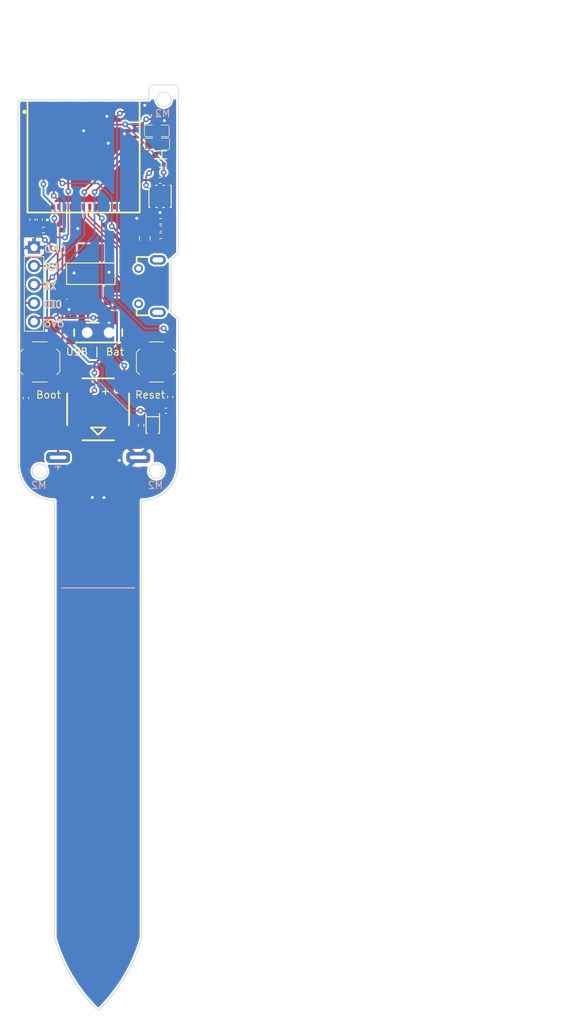
<source format=kicad_pcb>
(kicad_pcb (version 20221018) (generator pcbnew)
  (layers (0 "F.Cu" signal) (31 "B.Cu" signal) (34 "B.Paste" user) (35 "F.Paste" user) (36 "B.SilkS" user "B.Silkscreen") (37 "F.SilkS" user "F.Silkscreen") (38 "B.Mask" user) (39 "F.Mask" user) (44 "Edge.Cuts" user))
  (net 0 "")
  (net 1 "/EN")
  (net 2 "/IO0")
  (net 3 "/AD_Capacitance")
  (net 4 "/Light_Sensor_Analog")
  (net 5 "/Light_Sensor_Select_1")
  (net 6 "/Light_Sensor_Select_2")
  (net 7 "+3V3")
  (net 8 "GND")
  (net 9 "/SensorCapV")
  (net 10 "/Voltage_Measurement_Analog")
  (net 11 "/Voltage_Measurement_Select")
  (net 13 "/TX")
  (net 14 "/RX")
  (net 21 "/TH_SDA")
  (net 22 "/TH_SCL")
  (net 24 "/D-")
  (net 25 "/D+")
  (net 26 "/Light_Sensor_In")
  (net 29 "/Buzzer")
  (net 32 "Net-(U7-VIN)")
  (net 34 "/Square_Wave_Signal")
  (net 35 "Net-(U7-VOUT-Pad2)")
  (net 44 "/LED_GREEN")
  (net 45 "/LED_RED")
  (net 48 "Net-(U9-+)")
  (footprint "Connector_PinHeader_2.54mm:PinHeader_1x05_P2.54mm_Vertical" (layer "F.Cu") (at 239.74 120.3)
    (fp_text reference "J1" hide)
    (fp_text value "Conn_01x05")
  )
  (footprint "Resistor_SMD:R_0402_1005Metric" (layer "F.Cu") (at 241.05 117.9)
    (fp_text reference "R4" hide)
    (fp_text value "5k1")
  )
  (footprint "Resistor_SMD:R_0402_1005Metric" (layer "F.Cu") (at 257.04 108.9)
    (fp_text reference "R2" hide)
    (fp_text value "5k1")
  )
  (footprint "Capacitor_SMD:C_0402_1005Metric" (layer "F.Cu") (at 240.54 116.48 90)
    (fp_text reference "C8" hide)
    (fp_text value "10nF")
  )
  (footprint "Resistor_SMD:R_0402_1005Metric" (layer "F.Cu") (at 257.13 118.7 180)
    (fp_text reference "R3" hide)
    (fp_text value "1k")
  )
  (footprint "Capacitor_SMD:C_0402_1005Metric" (layer "F.Cu") (at 239.54 116.48 90)
    (fp_text reference "C9" hide)
    (fp_text value "10uF")
  )
  (footprint "CustomFootprints:LED0805-GREEN-RD" (layer "F.Cu") (at 256.590292 104.3 180)
    (fp_text reference "D1" hide)
    (fp_text value "GREEN")
  )
  (footprint "Resistor_SMD:R_0402_1005Metric" (layer "F.Cu") (at 243.05 117.9)
    (fp_text reference "R6" hide)
    (fp_text value "2k")
  )
  (footprint "Resistor_SMD:R_0402_1005Metric" (layer "F.Cu") (at 256.24 102.21 -90)
    (fp_text reference "R9" hide)
    (fp_text value "10k")
  )
  (footprint "CustomFootprints:SW_Push_1P1T_XKB_TS-1187A" (layer "F.Cu") (at 256.54 136 90)
    (fp_text reference "U3" hide)
    (fp_text value "Reset")
  )
  (footprint "Resistor_SMD:R_0402_1005Metric" (layer "F.Cu") (at 257.04 111.1)
    (fp_text reference "R10" hide)
    (fp_text value "5k1")
  )
  (footprint "CustomFootprints:WIFI-SMD_ESP32-MINI-1-N4" (layer "F.Cu") (at 246.54 107.7)
    (fp_text reference "U1" hide)
    (fp_text value "ESP32-S2-MINI-1-N4")
  )
  (footprint "CustomFootprints:SW_Push_1P1T_XKB_TS-1187A" (layer "F.Cu") (at 240.54 136 -90)
    (fp_text reference "U4" hide)
    (fp_text value "Boot")
  )
  (footprint "CustomFootprints:SENSOR-SMD_L3.0-W3.0-P1.00-BR" (layer "F.Cu") (at 257.040152 113.289561 90)
    (fp_text reference "U5" hide)
    (fp_text value "Temp/Humid-Sensor")
  )
  (footprint "CustomFootprints:SOD-123F_L2.7-W1.6-LS3.8-RD" (layer "F.Cu") (at 256.04 144.43495 -90)
    (fp_text reference "D2" hide)
    (fp_text value "SOD-123-Switching-Diode")
  )
  (footprint "CustomFootprints:MICRO-USB-SMD_5P-P0.65-H-F_C10418" (layer "F.Cu") (at 255.415032 125.599949 90)
    (fp_text reference "USB1" hide)
    (fp_text value "micro_USBFemale")
  )
  (footprint "CustomFootprints:LED0805-RD_RED" (layer "F.Cu") (at 256.640025 106.099898 180)
    (fp_text reference "D3" hide)
    (fp_text value "RED")
  )
  (footprint "Resistor_SMD:R_0402_1005Metric" (layer "F.Cu") (at 254.44 144.7 90)
    (fp_text reference "R8" hide)
    (fp_text value "10k")
  )
  (footprint "CustomFootprints:BUZ-SMD_4P-L8.5-W8.5-P8.50-BR" (layer "F.Cu") (at 248.54 142.5 180)
    (fp_text reference "BZ1" hide)
    (fp_text value "Buzzer")
  )
  (footprint "Capacitor_SMD:C_0402_1005Metric" (layer "F.Cu") (at 257.16 117.7 180)
    (fp_text reference "C5" hide)
    (fp_text value "100nF")
  )
  (footprint "Capacitor_SMD:C_0402_1005Metric" (layer "F.Cu") (at 238.64 140.98 90)
    (fp_text reference "C2" hide)
    (fp_text value "100nF")
  )
  (footprint "Capacitor_SMD:C_0402_1005Metric" (layer "F.Cu") (at 257.84 142.7 180)
    (fp_text reference "C3" hide)
    (fp_text value "150pF")
  )
  (footprint "Resistor_SMD:R_0402_1005Metric" (layer "F.Cu") (at 257.13 116.7 180)
    (fp_text reference "R1" hide)
    (fp_text value "10M")
  )
  (footprint "Capacitor_SMD:C_0402_1005Metric" (layer "F.Cu") (at 258.44 140.8 90)
    (fp_text reference "C1" hide)
    (fp_text value "100nF")
  )
  (footprint "CustomFootprints:SOT-223-3_L6.5-W3.4-P2.30-LS7.0-BR" (layer "F.Cu") (at 247.54 124 -90)
    (fp_text reference "U7" hide)
    (fp_text value "AMS1117-3_3")
  )
  (footprint "CustomFootprints:SENSORS-SMD_ALS-PT19" (layer "F.Cu") (at 257.14 107.6)
    (fp_text reference "U6" hide)
    (fp_text value "Light sensor")
  )
  (footprint "CustomFootprints:SW-SMD_MK-12C02-G025" (layer "F.Cu") (at 248.54 131.529007)
    (fp_text reference "U8" hide)
    (fp_text value "MK-12C02-G025")
  )
  (footprint "Capacitor_SMD:C_0805_2012Metric" (layer "F.Cu") (at 254.94 119.05 90)
    (fp_text reference "C7" hide)
    (fp_text value "47uF")
  )
  (footprint "CustomFootprints:AAA Battery-spring" (layer "B.Cu") (at 248.54 149.1 180)
    (fp_text reference "U9" hide)
    (fp_text value "~")
  )
  (gr_line (start 243.54 167) (end 253.54 167) (stroke (width 0.15)) (layer "B.SilkS"))
  (gr_line (start 243.54 167) (end 253.54 167) (stroke (width 0.15)) (layer "F.SilkS"))
  (gr_line (start 237.54 150) (end 237.54 100.5) (stroke (width 0.1)) (layer "Edge.Cuts"))
  (gr_arc (start 259.04 98) (mid 259.393553 98.146447) (end 259.54 98.5) (stroke (width 0.1)) (layer "Edge.Cuts"))
  (gr_line (start 259.54 98.5) (end 259.54 121.1) (stroke (width 0.1)) (layer "Edge.Cuts"))
  (gr_line (start 259.54 130) (end 259.54 150) (stroke (width 0.1)) (layer "Edge.Cuts"))
  (gr_circle (center 240.54 151) (end 241.54 151) (stroke (width 0.1)) (fill none) (layer "Edge.Cuts"))
  (gr_arc (start 259.54 150) (mid 258.075534 153.535534) (end 254.54 155) (stroke (width 0.1)) (layer "Edge.Cuts"))
  (gr_arc (start 242.54 155) (mid 239.004466 153.535534) (end 237.54 150) (stroke (width 0.1)) (layer "Edge.Cuts"))
  (gr_line (start 256.04 98) (end 259.04 98) (stroke (width 0.1)) (layer "Edge.Cuts"))
  (gr_arc (start 248.54 225) (mid 244.881738 220.394957) (end 242.54 215) (stroke (width 0.1)) (layer "Edge.Cuts"))
  (gr_arc (start 255.54 98.5) (mid 255.686447 98.146447) (end 256.04 98) (stroke (width 0.1)) (layer "Edge.Cuts"))
  (gr_arc (start 254.54 215) (mid 252.198262 220.394957) (end 248.54 225) (stroke (width 0.1)) (layer "Edge.Cuts"))
  (gr_line (start 255.54 100) (end 255.54 98.5) (stroke (width 0.1)) (layer "Edge.Cuts"))
  (gr_line (start 242.54 155) (end 242.54 215) (stroke (width 0.1)) (layer "Edge.Cuts"))
  (gr_line (start 258.54 122) (end 259.54 121.1) (stroke (width 0.1)) (layer "Edge.Cuts"))
  (gr_circle (center 257.54 100) (end 258.54 100) (stroke (width 0.1)) (fill none) (layer "Edge.Cuts"))
  (gr_circle (center 256.54 151) (end 257.54 151) (stroke (width 0.1)) (fill none) (layer "Edge.Cuts"))
  (gr_line (start 258.54 122) (end 258.54 129.1) (stroke (width 0.1)) (layer "Edge.Cuts"))
  (gr_line (start 238.04 100) (end 255.54 100) (stroke (width 0.1)) (layer "Edge.Cuts"))
  (gr_line (start 254.54 155) (end 254.54 215) (stroke (width 0.1)) (layer "Edge.Cuts"))
  (gr_line (start 258.54 129.1) (end 259.54 130) (stroke (width 0.1)) (layer "Edge.Cuts"))
  (gr_arc (start 237.54 100.5) (mid 237.686447 100.146447) (end 238.04 100) (stroke (width 0.1)) (layer "Edge.Cuts"))
  (gr_text "RX" (at 243.24 123.6) (layer "B.SilkS") (effects (font (size 1 1)) (justify left bottom mirror)))
  (gr_text "-" (at 254.74 150.9) (layer "B.SilkS") (effects (font (size 1 1)) (justify left bottom mirror)))
  (gr_text "M2" (at 258.54 102.5) (layer "B.SilkS") (effects (font (size 1 1)) (justify left bottom mirror)))
  (gr_text "+" (at 243.74 150.9) (layer "B.SilkS") (effects (font (size 1 1)) (justify left bottom mirror)))
  (gr_text "IO0" (at 243.64 128.7) (layer "B.SilkS") (effects (font (size 1 1)) (justify left bottom mirror)))
  (gr_text "3V3" (at 243.94 131.3) (layer "B.SilkS") (effects (font (size 1 1)) (justify left bottom mirror)))
  (gr_text "TX" (at 242.84 126.2) (layer "B.SilkS") (effects (font (size 1 1)) (justify left bottom mirror)))
  (gr_text "M2" (at 257.54 153.5) (layer "B.SilkS") (effects (font (size 1 1)) (justify left bottom mirror)))
  (gr_text "GND" (at 244.24 121.1) (layer "B.SilkS") (effects (font (size 1 1)) (justify left bottom mirror)))
  (gr_text "M2" (at 241.54 153.5) (layer "B.SilkS") (effects (font (size 1 1)) (justify left bottom mirror)))
  (gr_text "IO0" (at 241.04 128.7) (layer "F.SilkS") (effects (font (size 1 1)) (justify left bottom)))
  (gr_text "GND" (at 241.04 121.1) (layer "F.SilkS") (effects (font (size 1 1)) (justify left bottom)))
  (gr_text "RX" (at 241.04 123.6) (layer "F.SilkS") (effects (font (size 1 1)) (justify left bottom)))
  (gr_text "USB | Bat" (at 244.04 135.2) (layer "F.SilkS") (effects (font (size 1 1)) (justify left bottom)))
  (gr_text "Boot" (at 239.94 141.1) (layer "F.SilkS") (effects (font (size 1 1)) (justify left bottom)))
  (gr_text "Reset" (at 253.54 141.1) (layer "F.SilkS") (effects (font (size 1 1)) (justify left bottom)))
  (gr_text "TX" (at 241.04 126.2) (layer "F.SilkS") (effects (font (size 1 1)) (justify left bottom)))
  (gr_text "3V3" (at 241.04 131.3) (layer "F.SilkS") (effects (font (size 1 1)) (justify left bottom)))
  (segment (start 251.739721 101.700279) (end 256.219721 101.700279) (width 0.25) (layer "F.Cu") (net 1))
  (segment (start 251.54 101.9) (end 251.739721 101.700279) (width 0.25) (layer "F.Cu") (net 1))
  (segment (start 258.415 139) (end 258.415 133) (width 0.25) (layer "F.Cu") (net 1))
  (segment (start 258.415 140.295) (end 258.44 140.32) (width 0.25) (layer "F.Cu") (net 1))
  (segment (start 257.54 131.4) (end 258.415 132.275) (width 0.25) (layer "F.Cu") (net 1))
  (segment (start 258.415 132.275) (end 258.415 133) (width 0.25) (layer "F.Cu") (net 1))
  (segment (start 258.415 139) (end 258.415 140.295) (width 0.25) (layer "F.Cu") (net 1))
  (via (at 251.54 101.9) (size 0.8) (drill 0.4) (layers "F.Cu" "B.Cu") (net 1))
  (via (at 257.54 131.4) (size 0.8) (drill 0.4) (layers "F.Cu" "B.Cu") (net 1))
  (segment (start 254.94 131.4) (end 251.14 127.6) (width 0.25) (layer "B.Cu") (net 1))
  (segment (start 257.54 131.4) (end 254.94 131.4) (width 0.25) (layer "B.Cu") (net 1))
  (segment (start 251.14 102.3) (end 251.54 101.9) (width 0.25) (layer "B.Cu") (net 1))
  (segment (start 251.14 127.6) (end 251.14 102.3) (width 0.25) (layer "B.Cu") (net 1))
  (segment (start 241.24 120.3) (end 242.615994 118.924006) (width 0.25) (layer "F.Cu") (net 2))
  (segment (start 244.44 112.6) (end 244.44 110.9) (width 0.25) (layer "F.Cu") (net 2))
  (segment (start 238.44 122) (end 238.84 121.6) (width 0.25) (layer "F.Cu") (net 2))
  (segment (start 238.64 140.5) (end 238.64 139.025) (width 0.25) (layer "F.Cu") (net 2))
  (segment (start 238.44 127.9) (end 238.46 127.92) (width 0.25) (layer "F.Cu") (net 2))
  (segment (start 238.44 127.9) (end 238.44 122) (width 0.25) (layer "F.Cu") (net 2))
  (segment (start 238.46 127.92) (end 239.74 127.92) (width 0.25) (layer "F.Cu") (net 2))
  (segment (start 243.64 107.949822) (end 239.990127 104.299949) (width 0.25) (layer "F.Cu") (net 2))
  (segment (start 240.79 121.6) (end 241.24 121.15) (width 0.25) (layer "F.Cu") (net 2))
  (segment (start 238.665 139) (end 238.665 133) (width 0.25) (layer "F.Cu") (net 2))
  (segment (start 244.44 110.9) (end 243.64 110.1) (width 0.25) (layer "F.Cu") (net 2))
  (segment (start 238.64 139.025) (end 238.665 139) (width 0.25) (layer "F.Cu") (net 2))
  (segment (start 239.990127 104.299949) (end 239.54 104.299949) (width 0.25) (layer "F.Cu") (net 2))
  (segment (start 238.665 133) (end 238.44 132.775) (width 0.25) (layer "F.Cu") (net 2))
  (segment (start 243.64 110.1) (end 243.64 107.949822) (width 0.25) (layer "F.Cu") (net 2))
  (segment (start 238.84 121.6) (end 240.79 121.6) (width 0.25) (layer "F.Cu") (net 2))
  (segment (start 241.24 121.15) (end 241.24 120.3) (width 0.25) (layer "F.Cu") (net 2))
  (segment (start 238.44 132.775) (end 238.44 127.9) (width 0.25) (layer "F.Cu") (net 2))
  (segment (start 242.615994 118.924006) (end 243.988013 118.924006) (width 0.25) (layer "F.Cu") (net 2))
  (via (at 244.44 112.6) (size 0.8) (drill 0.4) (layers "F.Cu" "B.Cu") (net 2))
  (via (at 243.988013 118.924006) (size 0.8) (drill 0.4) (layers "F.Cu" "B.Cu") (net 2))
  (segment (start 244.44 118.472019) (end 244.44 112.6) (width 0.25) (layer "B.Cu") (net 2))
  (segment (start 243.988013 118.924006) (end 244.44 118.472019) (width 0.25) (layer "B.Cu") (net 2))
  (segment (start 242.44 110.5) (end 240.489886 108.549886) (width 0.25) (layer "F.Cu") (net 3))
  (segment (start 254.34 142.7) (end 256.04 142.7) (width 0.25) (layer "F.Cu") (net 3))
  (segment (start 257.36 142.7) (end 256.04 142.7) (width 0.25) (layer "F.Cu") (net 3))
  (segment (start 242.44 113.2) (end 242.44 110.5) (width 0.25) (layer "F.Cu") (net 3))
  (segment (start 240.489886 108.549886) (end 239.54 108.549886) (width 0.25) (layer "F.Cu") (net 3))
  (via (at 242.44 113.2) (size 0.8) (drill 0.4) (layers "F.Cu" "B.Cu") (net 3))
  (via (at 254.34 142.7) (size 0.8) (drill 0.4) (layers "F.Cu" "B.Cu") (net 3))
  (segment (start 243.263013 116.602292) (end 243.265 116.600305) (width 0.25) (layer "B.Cu") (net 3))
  (segment (start 241.54 130.3) (end 241.54 122.4) (width 0.25) (layer "B.Cu") (net 3))
  (segment (start 253.14 142.7) (end 249.14 138.7) (width 0.25) (layer "B.Cu") (net 3))
  (segment (start 243.265 116.600305) (end 243.265 114.025) (width 0.25) (layer "B.Cu") (net 3))
  (segment (start 249.14 136.799695) (end 248.340305 136) (width 0.25) (layer "B.Cu") (net 3))
  (segment (start 241.54 122.4) (end 243.263013 120.676987) (width 0.25) (layer "B.Cu") (net 3))
  (segment (start 247.24 136) (end 241.54 130.3) (width 0.25) (layer "B.Cu") (net 3))
  (segment (start 243.265 114.025) (end 242.44 113.2) (width 0.25) (layer "B.Cu") (net 3))
  (segment (start 248.340305 136) (end 247.24 136) (width 0.25) (layer "B.Cu") (net 3))
  (segment (start 254.34 142.7) (end 253.14 142.7) (width 0.25) (layer "B.Cu") (net 3))
  (segment (start 243.263013 120.676987) (end 243.263013 116.602292) (width 0.25) (layer "B.Cu") (net 3))
  (segment (start 249.14 138.7) (end 249.14 136.799695) (width 0.25) (layer "B.Cu") (net 3))
  (segment (start 243.04 109.3) (end 240.58986 106.84986) (width 0.25) (layer "F.Cu") (net 4))
  (segment (start 250.4155 117.4) (end 250.44 117.4) (width 0.25) (layer "F.Cu") (net 4))
  (segment (start 256.34 120) (end 256.24 120) (width 0.25) (layer "F.Cu") (net 4))
  (segment (start 257.64 118.7) (end 257.64 117.7) (width 0.25) (layer "F.Cu") (net 4))
  (segment (start 243.04 110.9) (end 243.04 109.3) (width 0.25) (layer "F.Cu") (net 4))
  (segment (start 256.24 120) (end 254.94 120) (width 0.25) (layer "F.Cu") (net 4))
  (segment (start 250.44 117.4) (end 253.04 120) (width 0.25) (layer "F.Cu") (net 4))
  (segment (start 243.64 111.5) (end 243.04 110.9) (width 0.25) (layer "F.Cu") (net 4))
  (segment (start 258.04 116.7) (end 258.74 116) (width 0.25) (layer "F.Cu") (net 4))
  (segment (start 257.64 117.7) (end 257.64 116.7) (width 0.25) (layer "F.Cu") (net 4))
  (segment (start 257.64 118.7) (end 256.34 120) (width 0.25) (layer "F.Cu") (net 4))
  (segment (start 253.04 120) (end 254.94 120) (width 0.25) (layer "F.Cu") (net 4))
  (segment (start 258.74 108.449936) (end 257.890064 107.6) (width 0.25) (layer "F.Cu") (net 4))
  (segment (start 257.64 116.7) (end 258.04 116.7) (width 0.25) (layer "F.Cu") (net 4))
  (segment (start 258.74 116) (end 258.74 108.449936) (width 0.25) (layer "F.Cu") (net 4))
  (segment (start 240.58986 106.84986) (end 239.54 106.84986) (width 0.25) (layer "F.Cu") (net 4))
  (via (at 250.4155 117.4) (size 0.8) (drill 0.4) (layers "F.Cu" "B.Cu") (net 4))
  (via (at 243.64 111.5) (size 0.8) (drill 0.4) (layers "F.Cu" "B.Cu") (net 4))
  (segment (start 250.4155 113.3755) (end 248.54 111.5) (width 0.25) (layer "B.Cu") (net 4))
  (segment (start 250.4155 117.4) (end 250.4155 113.3755) (width 0.25) (layer "B.Cu") (net 4))
  (segment (start 248.54 111.5) (end 243.64 111.5) (width 0.25) (layer "B.Cu") (net 4))
  (segment (start 253.54 112.800076) (end 254.240013 112.800076) (width 0.25) (layer "F.Cu") (net 5))
  (segment (start 256.62 116.7) (end 256.62 117.64) (width 0.25) (layer "F.Cu") (net 5))
  (segment (start 255.465127 114.02519) (end 255.465127 116.225127) (width 0.25) (layer "F.Cu") (net 5))
  (segment (start 256.62 117.64) (end 256.68 117.7) (width 0.25) (layer "F.Cu") (net 5))
  (segment (start 254.240013 112.800076) (end 255.465127 114.02519) (width 0.25) (layer "F.Cu") (net 5))
  (segment (start 255.465127 116.225127) (end 255.94 116.7) (width 0.25) (layer "F.Cu") (net 5))
  (segment (start 255.94 116.7) (end 256.62 116.7) (width 0.25) (layer "F.Cu") (net 5))
  (segment (start 254.240013 113.649962) (end 253.54 113.649962) (width 0.25) (layer "F.Cu") (net 6))
  (segment (start 254.94 114.349949) (end 254.240013 113.649962) (width 0.25) (layer "F.Cu") (net 6))
  (segment (start 255.54 118.7) (end 254.94 118.1) (width 0.25) (layer "F.Cu") (net 6))
  (segment (start 254.94 118.1) (end 254.94 114.349949) (width 0.25) (layer "F.Cu") (net 6))
  (segment (start 256.62 118.7) (end 255.54 118.7) (width 0.25) (layer "F.Cu") (net 6))
  (segment (start 257.55 111.1) (end 257.55 111.29) (width 0.25) (layer "F.Cu") (net 7))
  (segment (start 255.16 102.72) (end 256.24 102.72) (width 0.25) (layer "F.Cu") (net 7))
  (segment (start 252.24 103.4) (end 252.190191 103.449809) (width 0.25) (layer "F.Cu") (net 7))
  (segment (start 240.254432 129.945568) (end 239.74 130.46) (width 0.25) (layer "F.Cu") (net 7))
  (segment (start 247.885568 129.945568) (end 249.289936 129.945568) (width 0.25) (layer "F.Cu") (net 7))
  (segment (start 239.54 103.449809) (end 238.839987 103.449809) (width 0.25) (layer "F.Cu") (net 7))
  (segment (start 238.839987 103.449809) (end 238.54 103.749796) (width 0.25) (layer "F.Cu") (net 7))
  (segment (start 239.54 116.96) (end 240.54 116.96) (width 0.25) (layer "F.Cu") (net 7))
  (segment (start 255.14 102.7) (end 255.16 102.72) (width 0.25) (layer "F.Cu") (net 7))
  (segment (start 240.54 118.6) (end 240.54 117.9) (width 0.25) (layer "F.Cu") (net 7))
  (segment (start 242.9895 121.0495) (end 242.34 120.4) (width 0.25) (layer "F.Cu") (net 7))
  (segment (start 239.6 116.96) (end 239.54 116.96) (width 0.25) (layer "F.Cu") (net 7))
  (segment (start 257.54 108.91) (end 257.55 108.9) (width 0.25) (layer "F.Cu") (net 7))
  (segment (start 257.54 110) (end 257.54 108.91) (width 0.25) (layer "F.Cu") (net 7))
  (segment (start 238.54 103.749796) (end 238.54 115.967609) (width 0.25) (layer "F.Cu") (net 7))
  (segment (start 257.55 110.01) (end 257.55 111.1) (width 0.25) (layer "F.Cu") (net 7))
  (segment (start 257.040127 111.799873) (end 257.040127 112.289586) (width 0.25) (layer "F.Cu") (net 7))
  (segment (start 257.55 111.29) (end 257.040127 111.799873) (width 0.25) (layer "F.Cu") (net 7))
  (segment (start 242.9895 129.771568) (end 242.9895 121.0495) (width 0.25) (layer "F.Cu") (net 7))
  (segment (start 240.54 117.9) (end 239.6 116.96) (width 0.25) (layer "F.Cu") (net 7))
  (segment (start 238.54 115.967609) (end 239.532391 116.96) (width 0.25) (layer "F.Cu") (net 7))
  (segment (start 242.8155 129.945568) (end 242.9895 129.771568) (width 0.25) (layer "F.Cu") (net 7))
  (segment (start 252.190191 103.449809) (end 239.54 103.449809) (width 0.25) (layer "F.Cu") (net 7))
  (segment (start 241.227701 119.287701) (end 240.54 118.6) (width 0.25) (layer "F.Cu") (net 7))
  (segment (start 242.8155 129.945568) (end 240.254432 129.945568) (width 0.25) (layer "F.Cu") (net 7))
  (segment (start 257.54 110) (end 257.55 110.01) (width 0.25) (layer "F.Cu") (net 7))
  (segment (start 240.54 117.9) (end 240.54 116.96) (width 0.25) (layer "F.Cu") (net 7))
  (segment (start 239.532391 116.96) (end 239.54 116.96) (width 0.25) (layer "F.Cu") (net 7))
  (via (at 242.8155 129.945568) (size 0.8) (drill 0.4) (layers "F.Cu" "B.Cu") (net 7))
  (via (at 257.54 110) (size 0.8) (drill 0.4) (layers "F.Cu" "B.Cu") (net 7))
  (via (at 242.34 120.4) (size 0.8) (drill 0.4) (layers "F.Cu" "B.Cu") (net 7))
  (via (at 255.14 102.7) (size 0.8) (drill 0.4) (layers "F.Cu" "B.Cu") (net 7))
  (via (at 252.24 103.4) (size 0.8) (drill 0.4) (layers "F.Cu" "B.Cu") (net 7))
  (via (at 241.227701 119.287701) (size 0.8) (drill 0.4) (layers "F.Cu" "B.Cu") (net 7))
  (via (at 247.885568 129.945568) (size 0.8) (drill 0.4) (layers "F.Cu" "B.Cu") (net 7))
  (segment (start 242.8155 129.945568) (end 247.885568 129.945568) (width 0.25) (layer "B.Cu") (net 7))
  (segment (start 257.54 110) (end 257.54 108.7) (width 0.25) (layer "B.Cu") (net 7))
  (segment (start 255.14 102.7) (end 254.44 103.4) (width 0.25) (layer "B.Cu") (net 7))
  (segment (start 257.54 108.7) (end 252.24 103.4) (width 0.25) (layer "B.Cu") (net 7))
  (segment (start 242.34 120.4) (end 241.227701 119.287701) (width 0.25) (layer "B.Cu") (net 7))
  (segment (start 254.44 103.4) (end 252.24 103.4) (width 0.25) (layer "B.Cu") (net 7))
  (segment (start 241.564299 116.516823) (end 241.047476 116) (width 0.25) (layer "F.Cu") (net 8))
  (segment (start 254.64 132.975) (end 254.665 133) (width 0.25) (layer "F.Cu") (net 8))
  (segment (start 244.889759 106.050013) (end 246.54 106.050013) (width 0.25) (layer "F.Cu") (net 8))
  (segment (start 239.54 116) (end 240.54 116) (width 0.25) (layer "F.Cu") (net 8))
  (segment (start 241.047476 116) (end 240.54 116) (width 0.25) (layer "F.Cu") (net 8))
  (segment (start 244.889759 106.050013) (end 244.889759 107.7) (width 0.25) (layer "F.Cu") (net 8))
  (segment (start 239.54 114.7) (end 239.54 116) (width 0.25) (layer "F.Cu") (net 8))
  (segment (start 244.889759 106.050013) (end 244.889759 104.550241) (width 0.25) (layer "F.Cu") (net 8))
  (segment (start 244.889759 106.050013) (end 243.490013 106.050013) (width 0.25) (layer "F.Cu") (net 8))
  (via (at 245.74 117.7) (size 0.8) (drill 0.4) (layers "F.Cu" "B.Cu") (net 8))
  (via (at 247.74 154.6) (size 0.8) (drill 0.4) (layers "F.Cu" "B.Cu") (net 8))
  (via (at 245.24 123.8) (size 0.8) (drill 0.4) (layers "F.Cu" "B.Cu") (net 8))
  (via (at 250.04 123.7) (size 0.8) (drill 0.4) (layers "F.Cu" "B.Cu") (net 8))
  (via (at 241.44 131.7) (size 0.8) (drill 0.4) (layers "F.Cu" "B.Cu") (net 8))
  (via (at 253.84 116.3) (size 0.8) (drill 0.4) (layers "F.Cu" "B.Cu") (net 8))
  (via (at 252.14 104.7) (size 0.8) (drill 0.4) (layers "F.Cu" "B.Cu") (net 8))
  (via (at 251.44 149.5) (size 0.8) (drill 0.4) (layers "F.Cu" "B.Cu") (net 8))
  (via (at 257.04 115.5) (size 0.8) (drill 0.4) (layers "F.Cu" "B.Cu") (net 8))
  (via (at 249.34 154.6) (size 0.8) (drill 0.4) (layers "F.Cu" "B.Cu") (net 8))
  (via (at 241.564299 116.516823) (size 0.8) (drill 0.4) (layers "F.Cu" "B.Cu") (net 8))
  (via (at 249.94 106) (size 0.8) (drill 0.4) (layers "F.Cu" "B.Cu") (net 8))
  (via (at 244.54 128.8) (size 0.8) (drill 0.4) (layers "F.Cu" "B.Cu") (net 8))
  (via (at 257.64 102.9) (size 0.8) (drill 0.4) (layers "F.Cu" "B.Cu") (net 8))
  (via (at 254.94 100.8) (size 0.8) (drill 0.4) (layers "F.Cu" "B.Cu") (net 8))
  (via (at 249.74 102.3) (size 0.8) (drill 0.4) (layers "F.Cu" "B.Cu") (net 8))
  (via (at 246.54 104.3) (size 0.8) (drill 0.4) (layers "F.Cu" "B.Cu") (net 8))
  (segment (start 248.54 170) (end 248.54 151) (width 0.25) (layer "F.Cu") (net 9))
  (segment (start 254.44 145.21) (end 255.0801 145.21) (width 0.25) (layer "F.Cu") (net 9))
  (segment (start 254.4099 147.8) (end 256.04 146.1699) (width 0.25) (layer "F.Cu") (net 9))
  (segment (start 251.74 147.8) (end 254.4099 147.8) (width 0.25) (layer "F.Cu") (net 9))
  (segment (start 255.0801 145.21) (end 256.04 146.1699) (width 0.25) (layer "F.Cu") (net 9))
  (segment (start 248.54 151) (end 251.74 147.8) (width 0.25) (layer "F.Cu") (net 9))
  (segment (start 241.04 110) (end 241.04 111.6) (width 0.25) (layer "F.Cu") (net 10))
  (segment (start 239.54 109.399771) (end 240.439771 109.399771) (width 0.25) (layer "F.Cu") (net 10))
  (segment (start 240.439771 109.399771) (end 241.04 110) (width 0.25) (layer "F.Cu") (net 10))
  (segment (start 241.56 117.9) (end 242.54 117.9) (width 0.25) (layer "F.Cu") (net 10))
  (segment (start 242.54 116.3) (end 242.54 117.9) (width 0.25) (layer "F.Cu") (net 10))
  (via (at 241.04 111.6) (size 0.8) (drill 0.4) (layers "F.Cu" "B.Cu") (net 10))
  (via (at 242.54 116.3) (size 0.8) (drill 0.4) (layers "F.Cu" "B.Cu") (net 10))
  (segment (start 242.54 116.3) (end 242.54 114.6) (width 0.25) (layer "B.Cu") (net 10))
  (segment (start 242.54 114.6) (end 241.04 113.1) (width 0.25) (layer "B.Cu") (net 10))
  (segment (start 241.04 113.1) (end 241.04 111.6) (width 0.25) (layer "B.Cu") (net 10))
  (segment (start 243.56 117.9) (end 243.989835 117.470165) (width 0.25) (layer "F.Cu") (net 11))
  (segment (start 243.989835 117.470165) (end 243.989835 114.7) (width 0.25) (layer "F.Cu") (net 11))
  (segment (start 241.27225 125.38) (end 239.74 125.38) (width 0.25) (layer "F.Cu") (net 13))
  (segment (start 253.089886 106.850114) (end 250.04 109.9) (width 0.25) (layer "F.Cu") (net 13))
  (segment (start 253.54 106.850114) (end 253.089886 106.850114) (width 0.25) (layer "F.Cu") (net 13))
  (segment (start 250.04 110.7) (end 248.04 112.7) (width 0.25) (layer "F.Cu") (net 13))
  (segment (start 242.2645 124.38775) (end 241.27225 125.38) (width 0.25) (layer "F.Cu") (net 13))
  (segment (start 250.04 109.9) (end 250.04 110.7) (width 0.25) (layer "F.Cu") (net 13))
  (via (at 242.2645 124.38775) (size 0.8) (drill 0.4) (layers "F.Cu" "B.Cu") (net 13))
  (via (at 248.04 112.7) (size 0.8) (drill 0.4) (layers "F.Cu" "B.Cu") (net 13))
  (segment (start 248.04 118.5755) (end 248.04 112.7) (width 0.25) (layer "B.Cu") (net 13))
  (segment (start 242.2645 124.38775) (end 242.2645 124.351) (width 0.25) (layer "B.Cu") (net 13))
  (segment (start 242.2645 124.351) (end 248.04 118.5755) (width 0.25) (layer "B.Cu") (net 13))
  (segment (start 249.44 109.9) (end 246.64 112.7) (width 0.25) (layer "F.Cu") (net 14))
  (segment (start 249.44 109.5) (end 249.44 109.9) (width 0.25) (layer "F.Cu") (net 14))
  (segment (start 252.939771 106.000229) (end 249.44 109.5) (width 0.25) (layer "F.Cu") (net 14))
  (segment (start 253.54 106.000229) (end 252.939771 106.000229) (width 0.25) (layer "F.Cu") (net 14))
  (segment (start 242.2645 122.84) (end 239.74 122.84) (width 0.25) (layer "F.Cu") (net 14))
  (via (at 246.64 112.7) (size 0.8) (drill 0.4) (layers "F.Cu" "B.Cu") (net 14))
  (via (at 242.2645 122.84) (size 0.8) (drill 0.4) (layers "F.Cu" "B.Cu") (net 14))
  (segment (start 242.2645 122.84) (end 242.4245 122.84) (width 0.25) (layer "B.Cu") (net 14))
  (segment (start 242.4245 122.84) (end 246.64 118.6245) (width 0.25) (layer "B.Cu") (net 14))
  (segment (start 246.64 118.6245) (end 246.64 112.7) (width 0.25) (layer "B.Cu") (net 14))
  (segment (start 255.940127 113.700127) (end 255.940127 114.289586) (width 0.25) (layer "F.Cu") (net 21))
  (segment (start 256.53 111.1) (end 256.479538 111.049538) (width 0.25) (layer "F.Cu") (net 21))
  (segment (start 254.415 111.125038) (end 254.415 112.175) (width 0.25) (layer "F.Cu") (net 21))
  (segment (start 256.479538 111.049538) (end 253.590513 111.049538) (width 0.25) (layer "F.Cu") (net 21))
  (segment (start 254.34 111.050038) (end 254.415 111.125038) (width 0.25) (layer "F.Cu") (net 21))
  (segment (start 254.415 112.175) (end 255.940127 113.700127) (width 0.25) (layer "F.Cu") (net 21))
  (segment (start 253.590513 111.049538) (end 253.54 111.100051) (width 0.25) (layer "F.Cu") (net 21))
  (segment (start 256.53 108.9) (end 256.53 109.11) (width 0.25) (layer "F.Cu") (net 22))
  (segment (start 255.654548 112.289586) (end 255.940127 112.289586) (width 0.25) (layer "F.Cu") (net 22))
  (segment (start 254.389835 110.250165) (end 253.54 110.250165) (width 0.25) (layer "F.Cu") (net 22))
  (segment (start 255.74 108.9) (end 254.389835 110.250165) (width 0.25) (layer "F.Cu") (net 22))
  (segment (start 255.1395 111.774538) (end 255.654548 112.289586) (width 0.25) (layer "F.Cu") (net 22))
  (segment (start 256.53 108.9) (end 255.74 108.9) (width 0.25) (layer "F.Cu") (net 22))
  (segment (start 256.53 109.11) (end 255.54 110.1) (width 0.25) (layer "F.Cu") (net 22))
  (via (at 255.1395 111.774538) (size 0.8) (drill 0.4) (layers "F.Cu" "B.Cu") (net 22))
  (via (at 255.54 110.1) (size 0.8) (drill 0.4) (layers "F.Cu" "B.Cu") (net 22))
  (segment (start 255.1395 110.5005) (end 255.54 110.1) (width 0.25) (layer "B.Cu") (net 22))
  (segment (start 255.1395 111.774538) (end 255.1395 110.5005) (width 0.25) (layer "B.Cu") (net 22))
  (segment (start 253.665261 126.249936) (end 253.565267 126.149942) (width 0.2) (layer "F.Cu") (net 24))
  (segment (start 254.090267 126.249936) (end 253.665261 126.249936) (width 0.2) (layer "F.Cu") (net 24))
  (segment (start 246.739816 116.118016) (end 246.739816 115.450058) (width 0.2) (layer "F.Cu") (net 24))
  (segment (start 253.271742 126.149942) (end 251.115 123.9932) (width 0.2) (layer "F.Cu") (net 24))
  (segment (start 251.115 123.9932) (end 251.115 120.4932) (width 0.2) (layer "F.Cu") (net 24))
  (segment (start 251.115 120.4932) (end 246.739816 116.118016) (width 0.2) (layer "F.Cu") (net 24))
  (segment (start 246.739816 115.450058) (end 246.539746 115.249988) (width 0.2) (layer "F.Cu") (net 24))
  (segment (start 253.565267 126.149942) (end 253.271742 126.149942) (width 0.2) (layer "F.Cu") (net 24))
  (segment (start 246.539746 115.249988) (end 246.539746 114.649987) (width 0.2) (layer "F.Cu") (net 24))
  (segment (start 247.389886 115.249988) (end 247.389886 114.7) (width 0.2) (layer "F.Cu") (net 25))
  (segment (start 251.565 120.3068) (end 247.189816 115.931616) (width 0.2) (layer "F.Cu") (net 25))
  (segment (start 253.458143 125.699943) (end 251.565 123.8068) (width 0.2) (layer "F.Cu") (net 25))
  (segment (start 253.565267 125.699943) (end 253.458143 125.699943) (width 0.2) (layer "F.Cu") (net 25))
  (segment (start 247.189816 115.931616) (end 247.189816 115.450058) (width 0.2) (layer "F.Cu") (net 25))
  (segment (start 253.665261 125.599949) (end 253.565267 125.699943) (width 0.2) (layer "F.Cu") (net 25))
  (segment (start 251.565 123.8068) (end 251.565 120.3068) (width 0.2) (layer "F.Cu") (net 25))
  (segment (start 254.090267 125.599949) (end 253.665261 125.599949) (width 0.2) (layer "F.Cu") (net 25))
  (segment (start 247.189816 115.450058) (end 247.389886 115.249988) (width 0.2) (layer "F.Cu") (net 25))
  (segment (start 254.339975 109.400025) (end 253.54 109.400025) (width 0.25) (layer "F.Cu") (net 26))
  (segment (start 256.389936 107.6) (end 256.14 107.6) (width 0.25) (layer "F.Cu") (net 26))
  (segment (start 256.14 107.6) (end 254.339975 109.400025) (width 0.25) (layer "F.Cu") (net 26))
  (segment (start 252.139822 136.500178) (end 252.14 136.5) (width 0.25) (layer "F.Cu") (net 29))
  (segment (start 252.139822 138.900051) (end 252.139822 136.500178) (width 0.25) (layer "F.Cu") (net 29))
  (segment (start 249.04 116.3) (end 248.239771 115.499771) (width 0.25) (layer "F.Cu") (net 29))
  (segment (start 248.239771 115.499771) (end 248.239771 114.649987) (width 0.25) (layer "F.Cu") (net 29))
  (via (at 249.04 116.3) (size 0.8) (drill 0.4) (layers "F.Cu" "B.Cu") (net 29))
  (via (at 252.14 136.5) (size 0.8) (drill 0.4) (layers "F.Cu" "B.Cu") (net 29))
  (segment (start 249.04 127.1) (end 249.04 116.3) (width 0.25) (layer "B.Cu") (net 29))
  (segment (start 252.14 136.5) (end 251.14 135.5) (width 0.25) (layer "B.Cu") (net 29))
  (segment (start 251.14 135.5) (end 251.14 129.2) (width 0.25) (layer "B.Cu") (net 29))
  (segment (start 251.14 129.2) (end 249.04 127.1) (width 0.25) (layer "B.Cu") (net 29))
  (segment (start 249.910003 126.899924) (end 254.090267 126.899924) (width 0.25) (layer "F.Cu") (net 32))
  (segment (start 249.839975 126.969952) (end 249.910003 126.899924) (width 0.25) (layer "F.Cu") (net 32))
  (segment (start 244.839721 119.300279) (end 243.64 120.5) (width 0.25) (layer "F.Cu") (net 34))
  (segment (start 253.63 144.19) (end 254.44 144.19) (width 0.25) (layer "F.Cu") (net 34))
  (segment (start 243.64 134.2) (end 253.63 144.19) (width 0.25) (layer "F.Cu") (net 34))
  (segment (start 243.64 120.5) (end 243.64 134.2) (width 0.25) (layer "F.Cu") (net 34))
  (segment (start 244.839721 114.7) (end 244.839721 119.300279) (width 0.25) (layer "F.Cu") (net 34))
  (segment (start 247.54 126.969952) (end 247.54 121.030023) (width 0.25) (layer "F.Cu") (net 35))
  (segment (start 246.289936 128.220016) (end 247.54 126.969952) (width 0.25) (layer "F.Cu") (net 35))
  (segment (start 246.289936 129.945568) (end 246.289936 128.220016) (width 0.25) (layer "F.Cu") (net 35))
  (segment (start 255.44 104.3) (end 254.54 105.2) (width 0.25) (layer "F.Cu") (net 44))
  (segment (start 254.54 107.300241) (end 254.139987 107.700254) (width 0.25) (layer "F.Cu") (net 44))
  (segment (start 254.54 105.2) (end 254.54 107.300241) (width 0.25) (layer "F.Cu") (net 44))
  (segment (start 254.139987 107.700254) (end 253.54 107.700254) (width 0.25) (layer "F.Cu") (net 44))
  (segment (start 253.926497 108.55014) (end 253.54 108.55014) (width 0.25) (layer "F.Cu") (net 45))
  (segment (start 255.54 106.936637) (end 253.926497 108.55014) (width 0.25) (layer "F.Cu") (net 45))
  (segment (start 255.54 106.1) (end 255.54 106.936637) (width 0.25) (layer "F.Cu") (net 45))
  (segment (start 243.04 144.950077) (end 243.04 149.5) (width 0.25) (layer "F.Cu") (net 48))
  (segment (start 248.04 139.9) (end 248.04 139.950077) (width 0.25) (layer "F.Cu") (net 48))
  (segment (start 248.04 136.3) (end 251.14 133.2) (width 0.25) (layer "F.Cu") (net 48))
  (segment (start 251.14 133.2) (end 251.14 130.295759) (width 0.25) (layer "F.Cu") (net 48))
  (segment (start 248.04 139.950077) (end 243.04 144.950077) (width 0.25) (layer "F.Cu") (net 48))
  (segment (start 248.04 137.5) (end 248.04 136.3) (width 0.25) (layer "F.Cu") (net 48))
  (segment (start 251.14 130.295759) (end 250.789809 129.945568) (width 0.25) (layer "F.Cu") (net 48))
  (via (at 248.04 139.9) (size 0.8) (drill 0.4) (layers "F.Cu" "B.Cu") (net 48))
  (via (at 248.04 137.5) (size 0.8) (drill 0.4) (layers "F.Cu" "B.Cu") (net 48))
  (segment (start 248.04 139.9) (end 248.04 137.5) (width 0.25) (layer "B.Cu") (net 48))
  (zone (net 9) (net_name "/SensorCapV") (layer "F.Cu") (priority 1) (connect_pads (clearance 0.4)) (min_thickness 0.25) (fill yes (thermal_gap 0.5) (thermal_bridge_width 0.5))
    (polygon (pts (arc (start 248.54 224) (mid 245.54717 219.773795) (end 243.54 215)) (arc (start 253.54 215) (mid 251.532831 219.773795) (end 248.54 224))))
  )
  (zone (net 9) (net_name "/SensorCapV") (layer "F.Cu") (priority 1) (connect_pads (clearance 0.4)) (min_thickness 0.25) (fill yes (thermal_gap 0.5) (thermal_bridge_width 0.5))
    (polygon (pts (xy 243.54 169) (xy 253.54 169) (xy 253.54 215) (xy 243.54 215)))
  )
  (zone (net 8) (net_name "GND") (layer "F.Cu") (connect_pads (clearance 0.26)) (min_thickness 0.25) (fill yes (thermal_gap 0.5) (thermal_bridge_width 0.5))
    (polygon (pts (xy 259.54 121.1) (xy 258.54 122) (xy 258.54 129.1) (xy 259.54 130) (xy 259.54 150) (xy 259.537644 150.218202) (xy 259.499609 150.652945) (xy 259.423829 151.082719) (xy 259.310879 151.504252) (xy 259.16162 151.914338) (xy 258.977188 152.309854) (xy 258.758986 152.687791) (xy 258.508675 153.045272) (xy 258.22816 153.379576) (xy 257.919576 153.68816) (xy 257.585272 153.968675) (xy 257.227791 154.218986) (xy 256.849854 154.437188) (xy 256.454338 154.62162) (xy 256.044252 154.770879) (xy 255.622719 154.883829) (xy 255.192945 154.959609) (xy 254.758202 154.997644) (xy 254.54 155) (xy 242.54 155) (xy 242.321798 154.997644) (xy 241.887055 154.959609) (xy 241.457281 154.883829) (xy 241.035748 154.770879) (xy 240.625662 154.62162) (xy 240.230146 154.437188) (xy 239.852209 154.218986) (xy 239.494728 153.968675) (xy 239.160424 153.68816) (xy 238.85184 153.379576) (xy 238.571325 153.045272) (xy 238.321014 152.687791) (xy 238.102812 152.309854) (xy 237.91838 151.914338) (xy 237.769121 151.504252) (xy 237.656171 151.082719) (xy 237.580391 150.652945) (xy 237.542356 150.218202) (xy 237.54 150) (xy 237.54 100.5) (xy 237.541925 100.434427) (xy 237.575868 100.30775) (xy 237.641441 100.194175) (xy 237.734175 100.101441) (xy 237.84775 100.035868) (xy 237.974427 100.001925) (xy 238.04 100) (xy 259.54 100)))
  )
  (zone (net 8) (net_name "GND") (layer "B.Cu") (connect_pads (clearance 0.26)) (min_thickness 0.25) (fill yes (thermal_gap 0.5) (thermal_bridge_width 0.5))
    (polygon (pts (xy 259.54 121.1) (xy 258.54 122) (xy 258.54 129.1) (xy 259.54 130) (arc (start 259.54 150) (mid 258.075534 153.535534) (end 254.54 155)) (arc (start 254.54 215) (mid 252.198262 220.394957) (end 248.54 225)) (arc (start 248.54 225) (mid 244.881738 220.394957) (end 242.54 215)) (arc (start 242.54 155) (mid 239.004466 153.535534) (end 237.54 150)) (arc (start 237.54 100.5) (mid 237.686447 100.146447) (end 238.04 100)) (xy 255.54 100) (xy 259.54 100)))
  )
)
</source>
